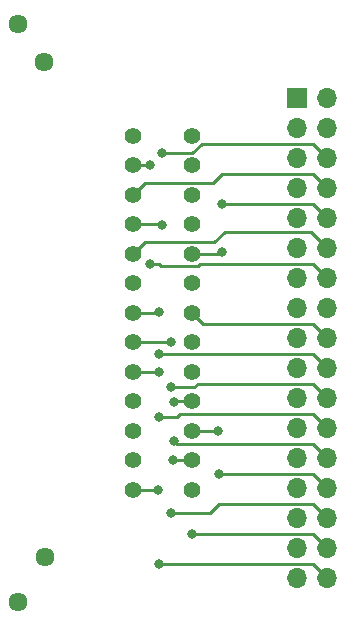
<source format=gbr>
%TF.GenerationSoftware,KiCad,Pcbnew,(5.1.10)-1*%
%TF.CreationDate,2024-05-08T08:18:54+02:00*%
%TF.ProjectId,KC85-FDD_OUT,4b433835-2d46-4444-945f-4f55542e6b69,rev?*%
%TF.SameCoordinates,Original*%
%TF.FileFunction,Copper,L2,Bot*%
%TF.FilePolarity,Positive*%
%FSLAX46Y46*%
G04 Gerber Fmt 4.6, Leading zero omitted, Abs format (unit mm)*
G04 Created by KiCad (PCBNEW (5.1.10)-1) date 2024-05-08 08:18:54*
%MOMM*%
%LPD*%
G01*
G04 APERTURE LIST*
%TA.AperFunction,ComponentPad*%
%ADD10O,1.700000X1.700000*%
%TD*%
%TA.AperFunction,ComponentPad*%
%ADD11R,1.700000X1.700000*%
%TD*%
%TA.AperFunction,ComponentPad*%
%ADD12C,1.400000*%
%TD*%
%TA.AperFunction,ComponentPad*%
%ADD13C,1.610000*%
%TD*%
%TA.AperFunction,ViaPad*%
%ADD14C,0.800000*%
%TD*%
%TA.AperFunction,Conductor*%
%ADD15C,0.250000*%
%TD*%
G04 APERTURE END LIST*
D10*
%TO.P,J2,34*%
%TO.N,RDY*%
X124967000Y-143645001D03*
%TO.P,J2,33*%
%TO.N,GND*%
X122427000Y-143645001D03*
%TO.P,J2,32*%
%TO.N,SS*%
X124967000Y-141105001D03*
%TO.P,J2,31*%
%TO.N,GND*%
X122427000Y-141105001D03*
%TO.P,J2,30*%
%TO.N,RD*%
X124967000Y-138565001D03*
%TO.P,J2,29*%
%TO.N,GND*%
X122427000Y-138565001D03*
%TO.P,J2,28*%
%TO.N,WP*%
X124967000Y-136025001D03*
%TO.P,J2,27*%
%TO.N,GND*%
X122427000Y-136025001D03*
%TO.P,J2,26*%
%TO.N,T0*%
X124967000Y-133485001D03*
%TO.P,J2,25*%
%TO.N,GND*%
X122427000Y-133485001D03*
%TO.P,J2,24*%
%TO.N,WE*%
X124967000Y-130945001D03*
%TO.P,J2,23*%
%TO.N,GND*%
X122427000Y-130945001D03*
%TO.P,J2,22*%
%TO.N,WD*%
X124967000Y-128405001D03*
%TO.P,J2,21*%
%TO.N,GND*%
X122427000Y-128405001D03*
%TO.P,J2,20*%
%TO.N,ST*%
X124967000Y-125865001D03*
%TO.P,J2,19*%
%TO.N,GND*%
X122427000Y-125865001D03*
%TO.P,J2,18*%
%TO.N,SD*%
X124967000Y-123325001D03*
%TO.P,J2,17*%
%TO.N,GND*%
X122427000Y-123325001D03*
%TO.P,J2,16*%
%TO.N,N/C*%
X124967000Y-120785001D03*
%TO.P,J2,15*%
%TO.N,GND*%
X122427000Y-120785001D03*
%TO.P,J2,14*%
%TO.N,SE2*%
X124967000Y-118245001D03*
%TO.P,J2,13*%
%TO.N,GND*%
X122427000Y-118245001D03*
%TO.P,J2,12*%
%TO.N,SE1*%
X124967000Y-115705001D03*
%TO.P,J2,11*%
%TO.N,GND*%
X122427000Y-115705001D03*
%TO.P,J2,10*%
%TO.N,SE0*%
X124967000Y-113165001D03*
%TO.P,J2,9*%
%TO.N,GND*%
X122427000Y-113165001D03*
%TO.P,J2,8*%
%TO.N,IX*%
X124967000Y-110625001D03*
%TO.P,J2,7*%
%TO.N,GND*%
X122427000Y-110625001D03*
%TO.P,J2,6*%
%TO.N,SE3*%
X124967000Y-108085001D03*
%TO.P,J2,5*%
%TO.N,GND*%
X122427000Y-108085001D03*
%TO.P,J2,4*%
%TO.N,N/C*%
X124967000Y-105545001D03*
%TO.P,J2,3*%
%TO.N,GND*%
X122427000Y-105545001D03*
%TO.P,J2,2*%
%TO.N,N/C*%
X124967000Y-103005001D03*
D11*
%TO.P,J2,1*%
%TO.N,GND*%
X122427000Y-103005001D03*
%TD*%
D12*
%TO.P,J1,a13*%
%TO.N,RDY*%
X108512000Y-136224000D03*
%TO.P,J1,a12*%
%TO.N,GND*%
X108512000Y-133724000D03*
%TO.P,J1,a11*%
X108512000Y-131224000D03*
%TO.P,J1,a10*%
X108512000Y-128724000D03*
%TO.P,J1,a9*%
%TO.N,WE*%
X108512000Y-126224000D03*
%TO.P,J1,a8*%
%TO.N,WD*%
X108512000Y-123724000D03*
%TO.P,J1,a7*%
%TO.N,ST*%
X108512000Y-121224000D03*
%TO.P,J1,a6*%
%TO.N,GND*%
X108512000Y-118724000D03*
%TO.P,J1,a5*%
%TO.N,SE1*%
X108512000Y-116224000D03*
%TO.P,J1,a4*%
%TO.N,SE3*%
X108512000Y-113724000D03*
%TO.P,J1,a3*%
%TO.N,IX*%
X108512000Y-111224000D03*
%TO.P,J1,a2*%
%TO.N,SE2*%
X108512000Y-108724000D03*
%TO.P,J1,a1*%
%TO.N,N/C*%
X108512000Y-106224000D03*
%TO.P,J1,b13*%
%TO.N,SS*%
X113512000Y-136224000D03*
%TO.P,J1,b12*%
%TO.N,RD*%
X113512000Y-133724000D03*
%TO.P,J1,b11*%
%TO.N,WP*%
X113512000Y-131224000D03*
%TO.P,J1,b10*%
%TO.N,T0*%
X113512000Y-128724000D03*
%TO.P,J1,b9*%
%TO.N,GND*%
X113512000Y-126224000D03*
%TO.P,J1,b8*%
X113512000Y-123724000D03*
%TO.P,J1,b7*%
%TO.N,SD*%
X113512000Y-121224000D03*
%TO.P,J1,b6*%
%TO.N,N/C*%
X113512000Y-118724000D03*
%TO.P,J1,b5*%
%TO.N,SE0*%
X113512000Y-116224000D03*
%TO.P,J1,b4*%
%TO.N,GND*%
X113512000Y-113724000D03*
%TO.P,J1,b3*%
X113512000Y-111224000D03*
%TO.P,J1,b2*%
X113512000Y-108724000D03*
%TO.P,J1,b1*%
%TO.N,N/C*%
X113512000Y-106224000D03*
D13*
%TO.P,J1,*%
%TO.N,*%
X101092000Y-141859000D03*
X101012000Y-99974000D03*
X98780600Y-145669000D03*
X98780600Y-96774000D03*
%TD*%
D14*
%TO.N,RDY*%
X110664000Y-136224000D03*
X110768000Y-142470000D03*
%TO.N,WE*%
X110730000Y-126224000D03*
X110744000Y-130048000D03*
%TO.N,WD*%
X111760000Y-127508000D03*
X111734000Y-123724000D03*
%TO.N,ST*%
X110744000Y-121158000D03*
X110779001Y-124749001D03*
%TO.N,SE3*%
X110998000Y-107696000D03*
X110998000Y-113792000D03*
%TO.N,SE2*%
X109970000Y-108724000D03*
X109982000Y-117094000D03*
%TO.N,SS*%
X113562000Y-139930000D03*
%TO.N,RD*%
X111894000Y-133724000D03*
X111760000Y-138176000D03*
%TO.N,WP*%
X115730000Y-131224000D03*
X115824000Y-134874000D03*
%TO.N,T0*%
X112014000Y-128778000D03*
X112014000Y-132080000D03*
%TO.N,SE0*%
X116102000Y-111990000D03*
X116078000Y-116078000D03*
%TD*%
D15*
%TO.N,RDY*%
X123791999Y-142470000D02*
X111276000Y-142470000D01*
X124967000Y-143645001D02*
X123791999Y-142470000D01*
X108512000Y-136224000D02*
X110664000Y-136224000D01*
X111276000Y-142470000D02*
X110768000Y-142470000D01*
X110664000Y-136224000D02*
X110664000Y-136224000D01*
X110768000Y-142470000D02*
X110768000Y-142470000D01*
%TO.N,WE*%
X123791999Y-129770000D02*
X112546000Y-129770000D01*
X124967000Y-130945001D02*
X123791999Y-129770000D01*
X112546000Y-129770000D02*
X112268000Y-130048000D01*
X112268000Y-130048000D02*
X110744000Y-130048000D01*
X108512000Y-126224000D02*
X110730000Y-126224000D01*
X110730000Y-126224000D02*
X110730000Y-126224000D01*
X110744000Y-130048000D02*
X110744000Y-130048000D01*
%TO.N,WD*%
X114023002Y-127230000D02*
X113745002Y-127508000D01*
X123791999Y-127230000D02*
X114023002Y-127230000D01*
X124967000Y-128405001D02*
X123791999Y-127230000D01*
X113745002Y-127508000D02*
X111760000Y-127508000D01*
X108512000Y-123724000D02*
X111734000Y-123724000D01*
X111760000Y-127508000D02*
X111760000Y-127508000D01*
X111734000Y-123724000D02*
X111734000Y-123724000D01*
%TO.N,ST*%
X114004001Y-124749001D02*
X110779001Y-124749001D01*
X114063002Y-124690000D02*
X114004001Y-124749001D01*
X123791999Y-124690000D02*
X114063002Y-124690000D01*
X124967000Y-125865001D02*
X123791999Y-124690000D01*
X108512000Y-121224000D02*
X110678000Y-121224000D01*
X110678000Y-121224000D02*
X110744000Y-121158000D01*
X110744000Y-121158000D02*
X110744000Y-121158000D01*
X110779001Y-124749001D02*
X110779001Y-124749001D01*
%TO.N,SE1*%
X109537001Y-115198999D02*
X108512000Y-116224000D01*
X115433001Y-115198999D02*
X109537001Y-115198999D01*
X116291998Y-114340002D02*
X115433001Y-115198999D01*
X123602001Y-114340002D02*
X116291998Y-114340002D01*
X124967000Y-115705001D02*
X123602001Y-114340002D01*
%TO.N,SE3*%
X114343002Y-106910000D02*
X113557002Y-107696000D01*
X123791999Y-106910000D02*
X114343002Y-106910000D01*
X124967000Y-108085001D02*
X123791999Y-106910000D01*
X113557002Y-107696000D02*
X110998000Y-107696000D01*
X108512000Y-113724000D02*
X110930000Y-113724000D01*
X110930000Y-113724000D02*
X110998000Y-113792000D01*
X110998000Y-107696000D02*
X110998000Y-107696000D01*
X110998000Y-113792000D02*
X110998000Y-113792000D01*
%TO.N,IX*%
X109537001Y-110198999D02*
X108512000Y-111224000D01*
X115353001Y-110198999D02*
X109537001Y-110198999D01*
X116102000Y-109450000D02*
X115353001Y-110198999D01*
X123791999Y-109450000D02*
X116102000Y-109450000D01*
X124967000Y-110625001D02*
X123791999Y-109450000D01*
%TO.N,SE2*%
X114004001Y-117249001D02*
X110899001Y-117249001D01*
X114183002Y-117070000D02*
X114004001Y-117249001D01*
X123791999Y-117070000D02*
X114183002Y-117070000D01*
X124967000Y-118245001D02*
X123791999Y-117070000D01*
X110899001Y-117249001D02*
X110744000Y-117094000D01*
X108512000Y-108724000D02*
X109970000Y-108724000D01*
X110744000Y-117094000D02*
X109982000Y-117094000D01*
X109970000Y-108724000D02*
X109970000Y-108724000D01*
X109982000Y-117094000D02*
X109982000Y-117094000D01*
%TO.N,SS*%
X123791999Y-139930000D02*
X113562000Y-139930000D01*
X124967000Y-141105001D02*
X123791999Y-139930000D01*
X113562000Y-139930000D02*
X113562000Y-139930000D01*
%TO.N,RD*%
X123791999Y-137390000D02*
X115848000Y-137390000D01*
X124967000Y-138565001D02*
X123791999Y-137390000D01*
X115848000Y-137390000D02*
X115062000Y-138176000D01*
X115062000Y-138176000D02*
X111760000Y-138176000D01*
X113512000Y-133724000D02*
X111894000Y-133724000D01*
X111894000Y-133724000D02*
X111894000Y-133724000D01*
X111760000Y-138176000D02*
X111760000Y-138176000D01*
%TO.N,WP*%
X123791999Y-134850000D02*
X115848000Y-134850000D01*
X124967000Y-136025001D02*
X123791999Y-134850000D01*
X115824000Y-134874000D02*
X115824000Y-134874000D01*
X113512000Y-131224000D02*
X115730000Y-131224000D01*
X115730000Y-131224000D02*
X115730000Y-131224000D01*
X115824000Y-134874000D02*
X115848000Y-134850000D01*
%TO.N,T0*%
X123791999Y-132310000D02*
X112244000Y-132310000D01*
X124967000Y-133485001D02*
X123791999Y-132310000D01*
X112244000Y-132310000D02*
X112014000Y-132080000D01*
X113512000Y-128724000D02*
X112068000Y-128724000D01*
X112068000Y-128724000D02*
X112014000Y-128778000D01*
X112014000Y-128778000D02*
X112014000Y-128778000D01*
X112014000Y-132080000D02*
X112014000Y-132080000D01*
%TO.N,SD*%
X114438000Y-122150000D02*
X113512000Y-121224000D01*
X123791999Y-122150000D02*
X114438000Y-122150000D01*
X124967000Y-123325001D02*
X123791999Y-122150000D01*
%TO.N,SE0*%
X123791999Y-111990000D02*
X116102000Y-111990000D01*
X124967000Y-113165001D02*
X123791999Y-111990000D01*
X116102000Y-111990000D02*
X116078000Y-112014000D01*
X113512000Y-116224000D02*
X115932000Y-116224000D01*
X115932000Y-116224000D02*
X116078000Y-116078000D01*
X116102000Y-111990000D02*
X116102000Y-111990000D01*
X116078000Y-116078000D02*
X116078000Y-116078000D01*
%TD*%
M02*

</source>
